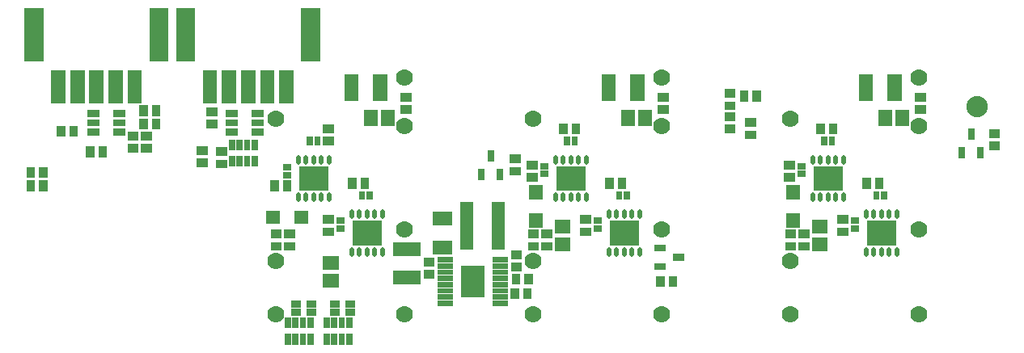
<source format=gbr>
G04 start of page 10 for group -4062 idx -4062 *
G04 Title: fet12v2logic, soldermask *
G04 Creator: pcb 20140316 *
G04 CreationDate: Wed 13 Jun 2018 07:44:19 AM GMT UTC *
G04 For: brian *
G04 Format: Gerber/RS-274X *
G04 PCB-Dimensions (mil): 6000.00 5000.00 *
G04 PCB-Coordinate-Origin: lower left *
%MOIN*%
%FSLAX25Y25*%
%LNBOTTOMMASK*%
%ADD190R,0.0291X0.0291*%
%ADD189R,0.0787X0.0787*%
%ADD188R,0.0591X0.0591*%
%ADD187R,0.0100X0.0100*%
%ADD186R,0.0949X0.0949*%
%ADD185R,0.0217X0.0217*%
%ADD184R,0.0550X0.0550*%
%ADD183R,0.0563X0.0563*%
%ADD182R,0.0260X0.0260*%
%ADD181C,0.0209*%
%ADD180C,0.0001*%
%ADD179R,0.1024X0.1024*%
%ADD178R,0.0257X0.0257*%
%ADD177R,0.0303X0.0303*%
%ADD176R,0.0572X0.0572*%
%ADD175R,0.0355X0.0355*%
%ADD174R,0.0268X0.0268*%
%ADD173C,0.0880*%
%ADD172C,0.0010*%
%ADD171C,0.0700*%
G54D171*X496000Y161000D03*
Y141000D03*
G54D172*X461453Y122453D03*
X455547D03*
G54D171*X443000Y144000D03*
G54D172*X458500Y119500D03*
X461453Y116547D03*
X455547D03*
G54D173*X520000Y149284D03*
G54D171*X443000Y63500D03*
X496000D03*
X443000Y85500D03*
X496000Y98500D03*
G54D172*X480500Y97000D03*
X483453Y99953D03*
X477547D03*
X483453Y94047D03*
X477547D03*
G54D171*X390000Y161000D03*
Y141000D03*
G54D172*X352500Y119500D03*
X355453Y122453D03*
X349547D03*
X355453Y116547D03*
X349547D03*
G54D171*X337000Y144000D03*
X284000Y161000D03*
Y141000D03*
X231000Y144000D03*
G54D172*X246500Y119500D03*
X249453Y122453D03*
X243547D03*
X249453Y116547D03*
X243547D03*
G54D171*X337000Y63500D03*
Y85500D03*
X390000Y98500D03*
G54D172*X374500Y97000D03*
X377453Y99953D03*
X371547D03*
X377453Y94047D03*
X371547D03*
G54D171*X390000Y63500D03*
X231000D03*
Y85500D03*
X284000Y98500D03*
G54D172*X268500Y97000D03*
X271453Y99953D03*
X265547D03*
X271453Y94047D03*
X265547D03*
G54D171*X284000Y63500D03*
G54D174*X315681Y122106D02*Y120256D01*
X323319Y122106D02*Y120256D01*
X319500Y129744D02*Y127894D01*
G54D175*X230508Y91441D02*X231492D01*
G54D176*X253107Y84543D02*X253893D01*
G54D175*X293508Y79941D02*X294492D01*
G54D176*X282245Y78595D02*X287755D01*
G54D177*X261157Y64228D02*X262142D01*
X261157Y67772D02*X262142D01*
G54D176*X253107Y77457D02*X253893D01*
G54D177*X238858Y64228D02*X239843D01*
X245157D02*X246142D01*
X245157Y67772D02*X246142D01*
G54D178*X257107Y102074D02*X257893D01*
X257107Y98926D02*X257893D01*
G54D179*X267535Y97000D02*X269465D01*
G54D180*G36*
X269091Y102118D02*Y97591D01*
X273618D01*
Y102118D01*
X269091D01*
G37*
G36*
X263382D02*Y97591D01*
X267909D01*
Y102118D01*
X263382D01*
G37*
G36*
X269091Y96409D02*Y91882D01*
X273618D01*
Y96409D01*
X269091D01*
G37*
G36*
X263382D02*Y91882D01*
X267909D01*
Y96409D01*
X263382D01*
G37*
G54D181*X262201Y90209D02*Y88240D01*
Y105760D02*Y103791D01*
X265350Y90209D02*Y88240D01*
Y105760D02*Y103791D01*
X268500Y105760D02*Y103791D01*
X271650Y105760D02*Y103791D01*
X274799Y105760D02*Y103791D01*
G54D182*X251776Y54039D02*Y52268D01*
X254925Y54039D02*Y52268D01*
X258075Y54039D02*Y52268D01*
X261224Y54039D02*Y52268D01*
X251776Y60732D02*Y58961D01*
X254925Y60732D02*Y58961D01*
X258075Y60732D02*Y58961D01*
X261224Y60732D02*Y58961D01*
G54D177*X254858Y67772D02*X255843D01*
X254858Y64228D02*X255843D01*
X238858Y67772D02*X239843D01*
G54D182*X235776Y54039D02*Y52268D01*
Y60732D02*Y58961D01*
X238925Y60732D02*Y58961D01*
X242075Y60732D02*Y58961D01*
X245224Y60732D02*Y58961D01*
X238925Y54039D02*Y52268D01*
X242075Y54039D02*Y52268D01*
X245224Y54039D02*Y52268D01*
G54D175*X230508Y96559D02*X231492D01*
X236008D02*X236992D01*
X236008Y91441D02*X236992D01*
G54D183*X229634Y103500D02*X229752D01*
G54D175*X252008Y97441D02*X252992D01*
X252008Y102559D02*X252992D01*
G54D183*X241248Y103500D02*X241366D01*
G54D181*X268500Y90209D02*Y88240D01*
X271650Y90209D02*Y88240D01*
X274799Y90209D02*Y88240D01*
G54D176*X298319Y91095D02*X300681D01*
X298319Y102905D02*X300681D01*
G54D184*X322500Y106950D02*Y93050D01*
X309500Y106950D02*Y93050D01*
G54D175*X293508Y85059D02*X294492D01*
G54D185*X298516Y83398D02*X302650D01*
X298516Y85957D02*X302650D01*
G54D176*X282245Y90405D02*X287755D01*
G54D175*X329508Y88059D02*X330492D01*
G54D185*X321350Y85957D02*X325484D01*
X321350Y83398D02*X325484D01*
G54D175*X329508Y82941D02*X330492D01*
G54D185*X298516Y68043D02*X302650D01*
X298516Y70602D02*X302650D01*
X298516Y73161D02*X302650D01*
X298516Y75720D02*X302650D01*
X298516Y78280D02*X302650D01*
X298516Y80839D02*X302650D01*
G54D175*X335059Y78492D02*Y77508D01*
X329941Y78492D02*Y77508D01*
X334559Y72492D02*Y71508D01*
X329441Y72492D02*Y71508D01*
G54D185*X321350Y80839D02*X325484D01*
X321350Y78280D02*X325484D01*
X321350Y75720D02*X325484D01*
X321350Y73161D02*X325484D01*
X321350Y70602D02*X325484D01*
X321350Y68043D02*X325484D01*
G54D186*X312000Y78732D02*Y75268D01*
G54D187*Y80150D02*Y73850D01*
G54D181*X486799Y105760D02*Y103791D01*
G54D175*X496008Y153059D02*X496992D01*
X496008Y147941D02*X496992D01*
G54D176*X489043Y144893D02*Y144107D01*
G54D174*X521319Y131106D02*Y129256D01*
X513681Y131106D02*Y129256D01*
G54D175*X526508Y132941D02*X527492D01*
G54D174*X517500Y138744D02*Y136894D01*
G54D175*X526508Y138059D02*X527492D01*
G54D176*X485905Y159755D02*Y154245D01*
X474095Y159755D02*Y154245D01*
X481957Y144893D02*Y144107D01*
G54D183*X444000Y102252D02*Y102134D01*
Y113866D02*Y113748D01*
G54D174*X388256Y90819D02*X390106D01*
G54D181*X380799Y90209D02*Y88240D01*
G54D174*X395894Y87000D02*X397744D01*
G54D175*X389441Y77492D02*Y76508D01*
X394559Y77492D02*Y76508D01*
G54D174*X388256Y83181D02*X390106D01*
G54D175*X417508Y149441D02*X418492D01*
X429059Y153992D02*Y153008D01*
X423941Y153992D02*Y153008D01*
X417508Y145059D02*X418492D01*
X417508Y154559D02*X418492D01*
X417508Y139941D02*X418492D01*
X426008Y137441D02*X426992D01*
X426008Y142559D02*X426992D01*
X442508Y96559D02*X443492D01*
X442508Y91441D02*X443492D01*
X448008D02*X448992D01*
X448008Y96559D02*X448992D01*
G54D176*X454607Y92457D02*X455393D01*
G54D178*X469107Y98926D02*X469893D01*
G54D179*X479535Y97000D02*X481465D01*
G54D180*G36*
X481091Y102118D02*Y97591D01*
X485618D01*
Y102118D01*
X481091D01*
G37*
G36*
X475382D02*Y97591D01*
X479909D01*
Y102118D01*
X475382D01*
G37*
G36*
X481091Y96409D02*Y91882D01*
X485618D01*
Y96409D01*
X481091D01*
G37*
G36*
X475382D02*Y91882D01*
X479909D01*
Y96409D01*
X475382D01*
G37*
G54D181*X474201Y90209D02*Y88240D01*
X477350Y90209D02*Y88240D01*
X480500Y90209D02*Y88240D01*
X483650Y90209D02*Y88240D01*
X486799Y90209D02*Y88240D01*
G54D175*X464008Y97441D02*X464992D01*
G54D176*X454607Y99543D02*X455393D01*
G54D179*X351535Y119500D02*X353465D01*
G54D180*G36*
X353091Y124618D02*Y120091D01*
X357618D01*
Y124618D01*
X353091D01*
G37*
G36*
Y118909D02*Y114382D01*
X357618D01*
Y118909D01*
X353091D01*
G37*
G36*
X347382D02*Y114382D01*
X351909D01*
Y118909D01*
X347382D01*
G37*
G54D181*X346201Y112709D02*Y110740D01*
X349350Y112709D02*Y110740D01*
X352500Y112709D02*Y110740D01*
X355650Y112709D02*Y110740D01*
X358799Y112709D02*Y110740D01*
G54D183*X338000Y113866D02*Y113748D01*
G54D175*X329008Y122441D02*X329992D01*
X329008Y127559D02*X329992D01*
G54D180*G36*
X347382Y124618D02*Y120091D01*
X351909D01*
Y124618D01*
X347382D01*
G37*
G54D181*X346201Y128260D02*Y126291D01*
X349350Y128260D02*Y126291D01*
X352500Y128260D02*Y126291D01*
X355650Y128260D02*Y126291D01*
X358799Y128260D02*Y126291D01*
G54D175*X336008Y125059D02*X336992D01*
X336008Y119941D02*X336992D01*
G54D178*X341107Y124574D02*X341893D01*
X341107Y121426D02*X341893D01*
G54D175*X354559Y140492D02*Y139508D01*
X349441Y140492D02*Y139508D01*
G54D178*X354074Y135393D02*Y134607D01*
X350926Y135393D02*Y134607D01*
G54D175*X336508Y96559D02*X337492D01*
G54D183*X338000Y102252D02*Y102134D01*
G54D175*X336508Y91441D02*X337492D01*
X342008D02*X342992D01*
X342008Y96559D02*X342992D01*
G54D176*X348607Y92457D02*X349393D01*
X348607Y99543D02*X349393D01*
G54D178*X363107Y98926D02*X363893D01*
G54D175*X358008Y97441D02*X358992D01*
G54D178*X363107Y102074D02*X363893D01*
G54D175*X358008Y102559D02*X358992D01*
G54D181*X368201Y90209D02*Y88240D01*
G54D175*X373559Y117992D02*Y117008D01*
X368441Y117992D02*Y117008D01*
G54D178*X375574Y112893D02*Y112107D01*
X372426Y112893D02*Y112107D01*
G54D179*X373535Y97000D02*X375465D01*
G54D180*G36*
X375091Y102118D02*Y97591D01*
X379618D01*
Y102118D01*
X375091D01*
G37*
G36*
X369382D02*Y97591D01*
X373909D01*
Y102118D01*
X369382D01*
G37*
G36*
X375091Y96409D02*Y91882D01*
X379618D01*
Y96409D01*
X375091D01*
G37*
G36*
X369382D02*Y91882D01*
X373909D01*
Y96409D01*
X369382D01*
G37*
G54D181*X371350Y90209D02*Y88240D01*
X374500Y90209D02*Y88240D01*
X377650Y90209D02*Y88240D01*
X368201Y105760D02*Y103791D01*
X371350Y105760D02*Y103791D01*
X374500Y105760D02*Y103791D01*
X377650Y105760D02*Y103791D01*
X380799Y105760D02*Y103791D01*
G54D175*X390008Y153059D02*X390992D01*
X390008Y147941D02*X390992D01*
G54D176*X383043Y144893D02*Y144107D01*
X379905Y159755D02*Y154245D01*
X368095Y159755D02*Y154245D01*
X375957Y144893D02*Y144107D01*
G54D179*X457535Y119500D02*X459465D01*
G54D180*G36*
X459091Y124618D02*Y120091D01*
X463618D01*
Y124618D01*
X459091D01*
G37*
G36*
Y118909D02*Y114382D01*
X463618D01*
Y118909D01*
X459091D01*
G37*
G36*
X453382D02*Y114382D01*
X457909D01*
Y118909D01*
X453382D01*
G37*
G54D181*X452201Y112709D02*Y110740D01*
X455350Y112709D02*Y110740D01*
X458500Y112709D02*Y110740D01*
X461650Y112709D02*Y110740D01*
X464799Y112709D02*Y110740D01*
G54D180*G36*
X453382Y124618D02*Y120091D01*
X457909D01*
Y124618D01*
X453382D01*
G37*
G54D181*X452201Y128260D02*Y126291D01*
X455350Y128260D02*Y126291D01*
X458500Y128260D02*Y126291D01*
X461650Y128260D02*Y126291D01*
G54D175*X442008Y125059D02*X442992D01*
X442008Y119941D02*X442992D01*
G54D178*X447107Y124574D02*X447893D01*
X447107Y121426D02*X447893D01*
X469107Y102074D02*X469893D01*
G54D175*X464008Y102559D02*X464992D01*
X479559Y117992D02*Y117008D01*
G54D178*X481574Y112893D02*Y112107D01*
X478426Y112893D02*Y112107D01*
G54D175*X474441Y117992D02*Y117008D01*
G54D181*X474201Y105760D02*Y103791D01*
X477350Y105760D02*Y103791D01*
X480500Y105760D02*Y103791D01*
X483650Y105760D02*Y103791D01*
X464799Y128260D02*Y126291D01*
G54D175*X460559Y140492D02*Y139508D01*
X455441Y140492D02*Y139508D01*
G54D178*X460074Y135393D02*Y134607D01*
X456926Y135393D02*Y134607D01*
G54D181*X240201Y112709D02*Y110740D01*
Y128260D02*Y126291D01*
G54D175*X230441Y116992D02*Y116008D01*
X235559Y116992D02*Y116008D01*
G54D178*X235107Y124074D02*X235893D01*
X235107Y120926D02*X235893D01*
G54D188*X227374Y161189D02*Y153315D01*
X235248Y161189D02*Y153315D01*
G54D179*X245535Y119500D02*X247465D01*
G54D180*G36*
X247091Y124618D02*Y120091D01*
X251618D01*
Y124618D01*
X247091D01*
G37*
G36*
Y118909D02*Y114382D01*
X251618D01*
Y118909D01*
X247091D01*
G37*
G36*
X241382D02*Y114382D01*
X245909D01*
Y118909D01*
X241382D01*
G37*
G54D181*X243350Y112709D02*Y110740D01*
X246500Y112709D02*Y110740D01*
X249650Y112709D02*Y110740D01*
X252799Y112709D02*Y110740D01*
G54D180*G36*
X241382Y124618D02*Y120091D01*
X245909D01*
Y124618D01*
X241382D01*
G37*
G54D181*X243350Y128260D02*Y126291D01*
X246500Y128260D02*Y126291D01*
X249650Y128260D02*Y126291D01*
G54D178*X248074Y135393D02*Y134607D01*
X244926Y135393D02*Y134607D01*
G54D181*X252799Y128260D02*Y126291D01*
G54D175*X252008Y134941D02*X252992D01*
X252008Y140059D02*X252992D01*
X284008Y153059D02*X284992D01*
X284008Y147941D02*X284992D01*
G54D176*X277043Y144893D02*Y144107D01*
X269957Y144893D02*Y144107D01*
X273905Y159755D02*Y154245D01*
X262095Y159755D02*Y154245D01*
G54D175*X267559Y117992D02*Y117008D01*
G54D178*X269574Y112893D02*Y112107D01*
X266426Y112893D02*Y112107D01*
G54D175*X262441Y117992D02*Y117008D01*
G54D189*X245287Y185913D02*Y171740D01*
X193713Y185913D02*Y171740D01*
G54D188*X203752Y161189D02*Y153315D01*
X211626Y161189D02*Y153315D01*
X219500Y161189D02*Y153315D01*
X141252Y161189D02*Y153315D01*
X149126Y161189D02*Y153315D01*
X164874Y161189D02*Y153315D01*
X172748Y161189D02*Y153315D01*
X157000Y161189D02*Y153315D01*
G54D189*X131213Y185913D02*Y171740D01*
X182787Y185913D02*Y171740D01*
G54D175*X159559Y130992D02*Y130008D01*
X171508Y131941D02*X172492D01*
X177008Y137059D02*X177992D01*
X177008Y131941D02*X177992D01*
X154441Y130992D02*Y130008D01*
G54D190*X154701Y146240D02*X156669D01*
X154701Y142500D02*X156669D01*
X154701Y138760D02*X156669D01*
G54D175*X142441Y139492D02*Y138508D01*
X147559Y139492D02*Y138508D01*
X135059Y116992D02*Y116008D01*
X129941Y116992D02*Y116008D01*
X135059Y122492D02*Y121508D01*
X129941Y122492D02*Y121508D01*
G54D190*X165331Y138760D02*X167299D01*
X165331Y142500D02*X167299D01*
X165331Y146240D02*X167299D01*
G54D175*X176441Y147992D02*Y147008D01*
Y142492D02*Y141508D01*
X171508Y137059D02*X172492D01*
G54D182*X212776Y127539D02*Y125768D01*
X215925Y127539D02*Y125768D01*
X219075Y127539D02*Y125768D01*
X222224Y127539D02*Y125768D01*
Y134232D02*Y132461D01*
G54D190*X222331Y138760D02*X224299D01*
X222331Y142500D02*X224299D01*
X222331Y146240D02*X224299D01*
G54D182*X212776Y134232D02*Y132461D01*
X215925Y134232D02*Y132461D01*
X219075Y134232D02*Y132461D01*
G54D175*X204008Y141941D02*X204992D01*
G54D190*X211701Y142500D02*X213669D01*
X211701Y138760D02*X213669D01*
G54D175*X208008Y130559D02*X208992D01*
X208008Y125441D02*X208992D01*
X200008Y125941D02*X200992D01*
X200008Y131059D02*X200992D01*
X181559Y147992D02*Y147008D01*
Y142492D02*Y141508D01*
X204008Y147059D02*X204992D01*
G54D190*X211701Y146240D02*X213669D01*
M02*

</source>
